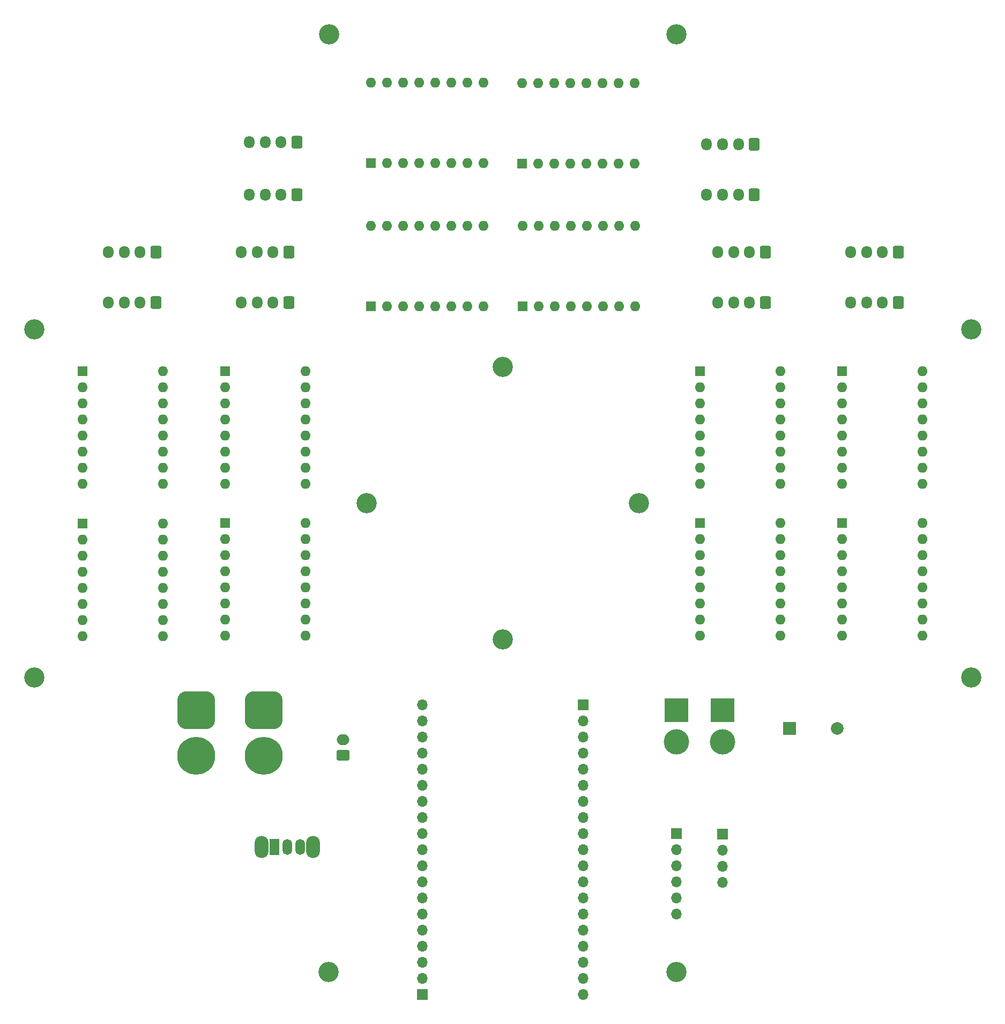
<source format=gbr>
%TF.GenerationSoftware,KiCad,Pcbnew,(7.0.0)*%
%TF.CreationDate,2023-11-14T12:39:04+01:00*%
%TF.ProjectId,Helios_PCB_panel,48656c69-6f73-45f5-9043-425f70616e65,rev?*%
%TF.SameCoordinates,Original*%
%TF.FileFunction,Soldermask,Bot*%
%TF.FilePolarity,Negative*%
%FSLAX46Y46*%
G04 Gerber Fmt 4.6, Leading zero omitted, Abs format (unit mm)*
G04 Created by KiCad (PCBNEW (7.0.0)) date 2023-11-14 12:39:04*
%MOMM*%
%LPD*%
G01*
G04 APERTURE LIST*
G04 Aperture macros list*
%AMRoundRect*
0 Rectangle with rounded corners*
0 $1 Rounding radius*
0 $2 $3 $4 $5 $6 $7 $8 $9 X,Y pos of 4 corners*
0 Add a 4 corners polygon primitive as box body*
4,1,4,$2,$3,$4,$5,$6,$7,$8,$9,$2,$3,0*
0 Add four circle primitives for the rounded corners*
1,1,$1+$1,$2,$3*
1,1,$1+$1,$4,$5*
1,1,$1+$1,$6,$7*
1,1,$1+$1,$8,$9*
0 Add four rect primitives between the rounded corners*
20,1,$1+$1,$2,$3,$4,$5,0*
20,1,$1+$1,$4,$5,$6,$7,0*
20,1,$1+$1,$6,$7,$8,$9,0*
20,1,$1+$1,$8,$9,$2,$3,0*%
G04 Aperture macros list end*
%ADD10RoundRect,1.500000X-1.500000X1.500000X-1.500000X-1.500000X1.500000X-1.500000X1.500000X1.500000X0*%
%ADD11C,6.000000*%
%ADD12R,1.600000X1.600000*%
%ADD13O,1.600000X1.600000*%
%ADD14C,3.200000*%
%ADD15RoundRect,0.250000X0.600000X0.725000X-0.600000X0.725000X-0.600000X-0.725000X0.600000X-0.725000X0*%
%ADD16O,1.700000X1.950000*%
%ADD17R,3.800000X3.800000*%
%ADD18C,4.000000*%
%ADD19O,2.200000X3.500000*%
%ADD20R,1.500000X2.500000*%
%ADD21O,1.500000X2.500000*%
%ADD22RoundRect,0.250000X0.750000X-0.600000X0.750000X0.600000X-0.750000X0.600000X-0.750000X-0.600000X0*%
%ADD23O,2.000000X1.700000*%
%ADD24O,1.700000X1.700000*%
%ADD25R,1.700000X1.700000*%
%ADD26R,2.000000X2.000000*%
%ADD27C,2.000000*%
G04 APERTURE END LIST*
D10*
%TO.C,POW1*%
X72250000Y-132650000D03*
D11*
X72250000Y-139850000D03*
%TD*%
D12*
%TO.C,DRV1_1*%
X89204799Y-46319599D03*
D13*
X91744799Y-46319599D03*
X94284799Y-46319599D03*
X96824799Y-46319599D03*
X99364799Y-46319599D03*
X101904799Y-46319599D03*
X104444799Y-46319599D03*
X106984799Y-46319599D03*
X106984799Y-33619599D03*
X104444799Y-33619599D03*
X101904799Y-33619599D03*
X99364799Y-33619599D03*
X96824799Y-33619599D03*
X94284799Y-33619599D03*
X91744799Y-33619599D03*
X89204799Y-33619599D03*
%TD*%
D14*
%TO.C,H9*%
X82500000Y-174000000D03*
%TD*%
%TO.C,H7*%
X184000000Y-127500000D03*
%TD*%
D15*
%TO.C,M0_1*%
X151500000Y-60300000D03*
D16*
X148999999Y-60299999D03*
X146499999Y-60299999D03*
X143999999Y-60299999D03*
%TD*%
D15*
%TO.C,M1_3*%
X149750000Y-43300000D03*
D16*
X147249999Y-43299999D03*
X144749999Y-43299999D03*
X142249999Y-43299999D03*
%TD*%
D12*
%TO.C,DRV2_2*%
X66159999Y-79109999D03*
D13*
X66159999Y-81649999D03*
X66159999Y-84189999D03*
X66159999Y-86729999D03*
X66159999Y-89269999D03*
X66159999Y-91809999D03*
X66159999Y-94349999D03*
X66159999Y-96889999D03*
X78859999Y-96889999D03*
X78859999Y-94349999D03*
X78859999Y-91809999D03*
X78859999Y-89269999D03*
X78859999Y-86729999D03*
X78859999Y-84189999D03*
X78859999Y-81649999D03*
X78859999Y-79109999D03*
%TD*%
D14*
%TO.C,H8*%
X137500000Y-174000000D03*
%TD*%
D15*
%TO.C,M0_3*%
X172500000Y-60300000D03*
D16*
X169999999Y-60299999D03*
X167499999Y-60299999D03*
X164999999Y-60299999D03*
%TD*%
D15*
%TO.C,M2_0*%
X55250000Y-68300000D03*
D16*
X52749999Y-68299999D03*
X50249999Y-68299999D03*
X47749999Y-68299999D03*
%TD*%
D15*
%TO.C,M0_0*%
X151500000Y-68300000D03*
D16*
X148999999Y-68299999D03*
X146499999Y-68299999D03*
X143999999Y-68299999D03*
%TD*%
D12*
%TO.C,DRV2_3*%
X66159999Y-103109999D03*
D13*
X66159999Y-105649999D03*
X66159999Y-108189999D03*
X66159999Y-110729999D03*
X66159999Y-113269999D03*
X66159999Y-115809999D03*
X66159999Y-118349999D03*
X66159999Y-120889999D03*
X78859999Y-120889999D03*
X78859999Y-118349999D03*
X78859999Y-115809999D03*
X78859999Y-113269999D03*
X78859999Y-110729999D03*
X78859999Y-108189999D03*
X78859999Y-105649999D03*
X78859999Y-103109999D03*
%TD*%
D17*
%TO.C,I2C1*%
X144779999Y-132627999D03*
D18*
X144780000Y-137628000D03*
%TD*%
D10*
%TO.C,POW2*%
X61632000Y-132650000D03*
D11*
X61632000Y-139850000D03*
%TD*%
D19*
%TO.C,SW1*%
X71899999Y-154249999D03*
X80099999Y-154249999D03*
D20*
X73999999Y-154249999D03*
D21*
X75999999Y-154249999D03*
X77999999Y-154249999D03*
%TD*%
D22*
%TO.C,FAN1*%
X84832000Y-139764000D03*
D23*
X84831999Y-137263999D03*
%TD*%
D15*
%TO.C,M1_2*%
X149750000Y-51300000D03*
D16*
X147249999Y-51299999D03*
X144749999Y-51299999D03*
X142249999Y-51299999D03*
%TD*%
D12*
%TO.C,DRV0_1*%
X141159999Y-103109999D03*
D13*
X141159999Y-105649999D03*
X141159999Y-108189999D03*
X141159999Y-110729999D03*
X141159999Y-113269999D03*
X141159999Y-115809999D03*
X141159999Y-118349999D03*
X141159999Y-120889999D03*
X153859999Y-120889999D03*
X153859999Y-118349999D03*
X153859999Y-115809999D03*
X153859999Y-113269999D03*
X153859999Y-110729999D03*
X153859999Y-108189999D03*
X153859999Y-105649999D03*
X153859999Y-103109999D03*
%TD*%
D14*
%TO.C,H6*%
X184000000Y-72500000D03*
%TD*%
D12*
%TO.C,DRV1_0*%
X89204799Y-68925599D03*
D13*
X91744799Y-68925599D03*
X94284799Y-68925599D03*
X96824799Y-68925599D03*
X99364799Y-68925599D03*
X101904799Y-68925599D03*
X104444799Y-68925599D03*
X106984799Y-68925599D03*
X106984799Y-56225599D03*
X104444799Y-56225599D03*
X101904799Y-56225599D03*
X99364799Y-56225599D03*
X96824799Y-56225599D03*
X94284799Y-56225599D03*
X91744799Y-56225599D03*
X89204799Y-56225599D03*
%TD*%
D15*
%TO.C,M1_0*%
X77500000Y-51300000D03*
D16*
X74999999Y-51299999D03*
X72499999Y-51299999D03*
X69999999Y-51299999D03*
%TD*%
D15*
%TO.C,M0_2*%
X172500000Y-68300000D03*
D16*
X169999999Y-68299999D03*
X167499999Y-68299999D03*
X164999999Y-68299999D03*
%TD*%
D14*
%TO.C,H3*%
X110000000Y-121500000D03*
%TD*%
D12*
%TO.C,DRV0_2*%
X163659999Y-79109999D03*
D13*
X163659999Y-81649999D03*
X163659999Y-84189999D03*
X163659999Y-86729999D03*
X163659999Y-89269999D03*
X163659999Y-91809999D03*
X163659999Y-94349999D03*
X163659999Y-96889999D03*
X176359999Y-96889999D03*
X176359999Y-94349999D03*
X176359999Y-91809999D03*
X176359999Y-89269999D03*
X176359999Y-86729999D03*
X176359999Y-84189999D03*
X176359999Y-81649999D03*
X176359999Y-79109999D03*
%TD*%
D15*
%TO.C,M2_3*%
X76250000Y-60300000D03*
D16*
X73749999Y-60299999D03*
X71249999Y-60299999D03*
X68749999Y-60299999D03*
%TD*%
D24*
%TO.C,MCU1*%
X97299999Y-131756788D03*
X97299999Y-134296788D03*
X97299999Y-136836788D03*
X97299999Y-139376788D03*
X97299999Y-141916788D03*
X97299999Y-144456788D03*
X97299999Y-146996788D03*
X97299999Y-149536788D03*
X97299999Y-152076788D03*
X97299999Y-154616788D03*
X97299999Y-157156788D03*
X97299999Y-159696788D03*
X97299999Y-162236788D03*
X97299999Y-164776788D03*
X97299999Y-167316788D03*
X97299999Y-169856788D03*
X97299999Y-172396788D03*
X97299999Y-174936788D03*
D25*
X97299999Y-177476788D03*
D24*
X122699999Y-177476788D03*
X122699999Y-174936788D03*
X122699999Y-172396788D03*
X122699999Y-169856788D03*
X122699999Y-167316788D03*
X122699999Y-164776788D03*
X122699999Y-162236788D03*
X122699999Y-159696788D03*
X122699999Y-157156788D03*
X122699999Y-154616788D03*
X122699999Y-152076788D03*
X122699999Y-149536788D03*
X122699999Y-146996788D03*
X122699999Y-144456788D03*
X122699999Y-141916788D03*
X122699999Y-139376788D03*
X122699999Y-136836788D03*
X122699999Y-134296788D03*
D25*
X122699999Y-131756788D03*
%TD*%
D14*
%TO.C,H10*%
X36000000Y-127500000D03*
%TD*%
D12*
%TO.C,DRV2_1*%
X43697999Y-103174799D03*
D13*
X43697999Y-105714799D03*
X43697999Y-108254799D03*
X43697999Y-110794799D03*
X43697999Y-113334799D03*
X43697999Y-115874799D03*
X43697999Y-118414799D03*
X43697999Y-120954799D03*
X56397999Y-120954799D03*
X56397999Y-118414799D03*
X56397999Y-115874799D03*
X56397999Y-113334799D03*
X56397999Y-110794799D03*
X56397999Y-108254799D03*
X56397999Y-105714799D03*
X56397999Y-103174799D03*
%TD*%
D17*
%TO.C,POW3*%
X137499999Y-132627999D03*
D18*
X137500000Y-137628000D03*
%TD*%
D25*
%TO.C,SPI1*%
X137499999Y-152095199D03*
D24*
X137499999Y-154635199D03*
X137499999Y-157175199D03*
X137499999Y-159715199D03*
X137499999Y-162255199D03*
X137499999Y-164795199D03*
%TD*%
D15*
%TO.C,M2_2*%
X76250000Y-68300000D03*
D16*
X73749999Y-68299999D03*
X71249999Y-68299999D03*
X68749999Y-68299999D03*
%TD*%
D12*
%TO.C,DRV2_0*%
X43659999Y-79109999D03*
D13*
X43659999Y-81649999D03*
X43659999Y-84189999D03*
X43659999Y-86729999D03*
X43659999Y-89269999D03*
X43659999Y-91809999D03*
X43659999Y-94349999D03*
X43659999Y-96889999D03*
X56359999Y-96889999D03*
X56359999Y-94349999D03*
X56359999Y-91809999D03*
X56359999Y-89269999D03*
X56359999Y-86729999D03*
X56359999Y-84189999D03*
X56359999Y-81649999D03*
X56359999Y-79109999D03*
%TD*%
D14*
%TO.C,H2*%
X131500000Y-100000000D03*
%TD*%
D12*
%TO.C,DRV0_0*%
X141159999Y-79109999D03*
D13*
X141159999Y-81649999D03*
X141159999Y-84189999D03*
X141159999Y-86729999D03*
X141159999Y-89269999D03*
X141159999Y-91809999D03*
X141159999Y-94349999D03*
X141159999Y-96889999D03*
X153859999Y-96889999D03*
X153859999Y-94349999D03*
X153859999Y-91809999D03*
X153859999Y-89269999D03*
X153859999Y-86729999D03*
X153859999Y-84189999D03*
X153859999Y-81649999D03*
X153859999Y-79109999D03*
%TD*%
D14*
%TO.C,H1*%
X110000000Y-78500000D03*
%TD*%
D12*
%TO.C,DRV1_2*%
X113131599Y-68925599D03*
D13*
X115671599Y-68925599D03*
X118211599Y-68925599D03*
X120751599Y-68925599D03*
X123291599Y-68925599D03*
X125831599Y-68925599D03*
X128371599Y-68925599D03*
X130911599Y-68925599D03*
X130911599Y-56225599D03*
X128371599Y-56225599D03*
X125831599Y-56225599D03*
X123291599Y-56225599D03*
X120751599Y-56225599D03*
X118211599Y-56225599D03*
X115671599Y-56225599D03*
X113131599Y-56225599D03*
%TD*%
D14*
%TO.C,H4*%
X88500000Y-100000000D03*
%TD*%
D15*
%TO.C,M2_1*%
X55250000Y-60300000D03*
D16*
X52749999Y-60299999D03*
X50249999Y-60299999D03*
X47749999Y-60299999D03*
%TD*%
D26*
%TO.C,BZ1*%
X155299999Y-135499999D03*
D27*
X162900000Y-135500000D03*
%TD*%
D15*
%TO.C,M1_1*%
X77500000Y-43000000D03*
D16*
X74999999Y-42999999D03*
X72499999Y-42999999D03*
X69999999Y-42999999D03*
%TD*%
D14*
%TO.C,H12*%
X82600000Y-26000000D03*
%TD*%
D12*
%TO.C,DRV0_3*%
X163659999Y-103109999D03*
D13*
X163659999Y-105649999D03*
X163659999Y-108189999D03*
X163659999Y-110729999D03*
X163659999Y-113269999D03*
X163659999Y-115809999D03*
X163659999Y-118349999D03*
X163659999Y-120889999D03*
X176359999Y-120889999D03*
X176359999Y-118349999D03*
X176359999Y-115809999D03*
X176359999Y-113269999D03*
X176359999Y-110729999D03*
X176359999Y-108189999D03*
X176359999Y-105649999D03*
X176359999Y-103109999D03*
%TD*%
D14*
%TO.C,H5*%
X137500000Y-26000000D03*
%TD*%
D25*
%TO.C,GPIO1*%
X144754999Y-152199999D03*
D24*
X144754999Y-154739999D03*
X144754999Y-157279999D03*
X144754999Y-159819999D03*
%TD*%
D14*
%TO.C,H11*%
X36000000Y-72500000D03*
%TD*%
D12*
%TO.C,DRV1_3*%
X113109999Y-46339999D03*
D13*
X115649999Y-46339999D03*
X118189999Y-46339999D03*
X120729999Y-46339999D03*
X123269999Y-46339999D03*
X125809999Y-46339999D03*
X128349999Y-46339999D03*
X130889999Y-46339999D03*
X130889999Y-33639999D03*
X128349999Y-33639999D03*
X125809999Y-33639999D03*
X123269999Y-33639999D03*
X120729999Y-33639999D03*
X118189999Y-33639999D03*
X115649999Y-33639999D03*
X113109999Y-33639999D03*
%TD*%
M02*

</source>
